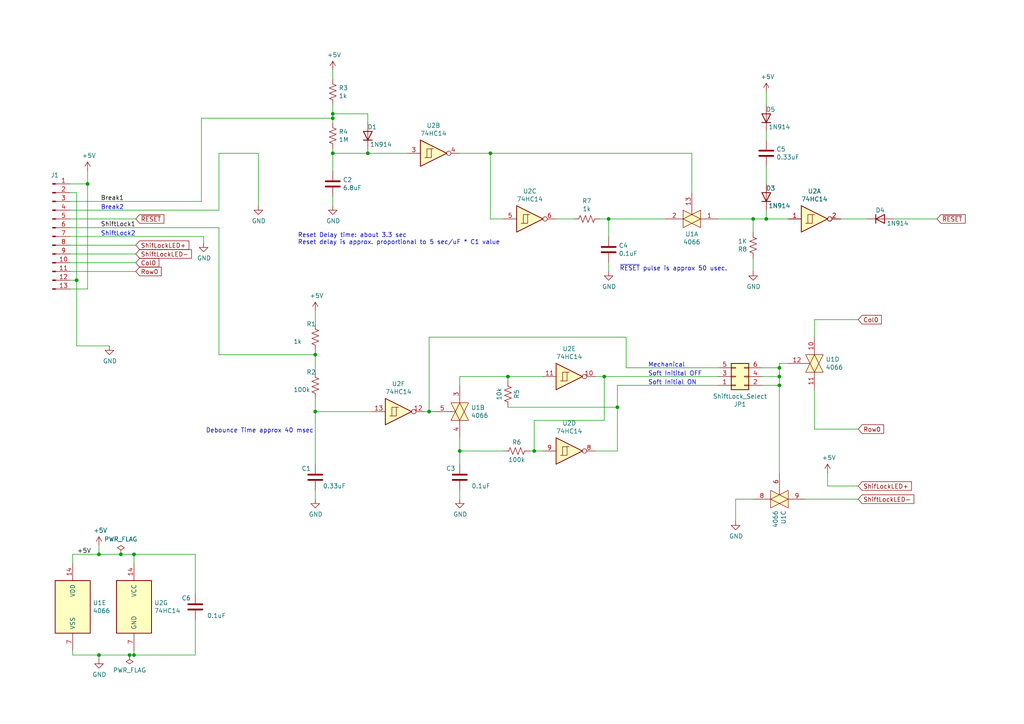
<source format=kicad_sch>
(kicad_sch (version 20211123) (generator eeschema)
  (paper "A4")
  (title_block (title "RESET and SHIFTLOCK circuits") (date "2022-04-07") (rev "1.4") (company "OSIWeb.org"))
  (lib_symbols
    (symbol "4xxx:4066" (pin_names (offset 1.016))
      (property "Reference" "U" (at -7.62 8.89 0))
      (property "Value" "4066" (at -7.62 -8.89 0))
      (symbol "4066_1_0"
        (polyline (pts (xy 0 1.27) (xy 0 2.54)) (stroke (width 0.1524)))
        (polyline (pts (xy -2.54 0) (xy 2.54 2.54) (xy 2.54 -2.54) (xy -2.54 0)) (fill (type background)))
        (polyline (pts (xy -2.54 2.54) (xy 2.54 0) (xy -2.54 -2.54) (xy -2.54 2.54)) (fill (type background)))
        (pin passive line (at -7.62 0 0) (length 5.08) (name "~") (number "1"))
        (pin input line (at 0 7.62 270) (length 5.08) (name "~") (number "13"))
        (pin passive line (at 7.62 0 180) (length 5.08) (name "~") (number "2"))
      )
      (symbol "4066_2_0"
        (polyline (pts (xy 0 1.27) (xy 0 2.54)) (stroke (width 0.1524)))
        (polyline (pts (xy -2.54 0) (xy 2.54 2.54) (xy 2.54 -2.54) (xy -2.54 0)) (fill (type background)))
        (polyline (pts (xy -2.54 2.54) (xy 2.54 0) (xy -2.54 -2.54) (xy -2.54 2.54)) (fill (type background)))
        (pin passive line (at 7.62 0 180) (length 5.08) (name "~") (number "3"))
        (pin passive line (at -7.62 0 0) (length 5.08) (name "~") (number "4"))
        (pin input line (at 0 7.62 270) (length 5.08) (name "~") (number "5"))
      )
      (symbol "4066_3_0"
        (polyline (pts (xy 0 1.27) (xy 0 2.54)) (stroke (width 0.1524)))
        (polyline (pts (xy -2.54 0) (xy 2.54 2.54) (xy 2.54 -2.54) (xy -2.54 0)) (fill (type background)))
        (polyline (pts (xy -2.54 2.54) (xy 2.54 0) (xy -2.54 -2.54) (xy -2.54 2.54)) (fill (type background)))
        (pin input line (at 0 7.62 270) (length 5.08) (name "~") (number "6"))
        (pin passive line (at -7.62 0 0) (length 5.08) (name "~") (number "8"))
        (pin passive line (at 7.62 0 180) (length 5.08) (name "~") (number "9"))
      )
      (symbol "4066_4_0"
        (polyline (pts (xy 0 1.27) (xy 0 2.54)) (stroke (width 0.1524)))
        (polyline (pts (xy -2.54 0) (xy 2.54 2.54) (xy 2.54 -2.54) (xy -2.54 0)) (fill (type background)))
        (polyline (pts (xy -2.54 2.54) (xy 2.54 0) (xy -2.54 -2.54) (xy -2.54 2.54)) (fill (type background)))
        (pin passive line (at 7.62 0 180) (length 5.08) (name "~") (number "10"))
        (pin passive line (at -7.62 0 0) (length 5.08) (name "~") (number "11"))
        (pin input line (at 0 7.62 270) (length 5.08) (name "~") (number "12"))
      )
      (symbol "4066_5_0"
        (pin power_in line (at 0 12.7 270) (length 5.08) (name "VDD") (number "14"))
        (pin power_in line (at 0 -12.7 90) (length 5.08) (name "VSS") (number "7"))
      )
      (symbol "4066_5_1"
        (rectangle (start -5.08 7.62) (end 5.08 -7.62) (stroke (width 0.254)) (fill (type background)))
      )
    )
    (symbol "74xx:74HC14" (pin_names (offset 1.016))
      (property "Reference" "U" (at 0 1.27 0))
      (property "Value" "74HC14" (at 0 -1.27 0))
      (symbol "74HC14_1_0"
        (polyline (pts (xy -3.81 3.81) (xy -3.81 -3.81) (xy 3.81 0) (xy -3.81 3.81)) (stroke (width 0.254)) (fill (type background)))
        (pin input line (at -7.62 0 0) (length 3.81) (name "~") (number "1"))
        (pin output inverted (at 7.62 0 180) (length 3.81) (name "~") (number "2"))
      )
      (symbol "74HC14_1_1"
        (polyline (pts (xy -1.905 -1.27) (xy -1.905 1.27) (xy -0.635 1.27)))
        (polyline (pts (xy -2.54 -1.27) (xy -0.635 -1.27) (xy -0.635 1.27) (xy 0 1.27)))
      )
      (symbol "74HC14_2_0"
        (polyline (pts (xy -3.81 3.81) (xy -3.81 -3.81) (xy 3.81 0) (xy -3.81 3.81)) (stroke (width 0.254)) (fill (type background)))
        (pin input line (at -7.62 0 0) (length 3.81) (name "~") (number "3"))
        (pin output inverted (at 7.62 0 180) (length 3.81) (name "~") (number "4"))
      )
      (symbol "74HC14_2_1"
        (polyline (pts (xy -1.905 -1.27) (xy -1.905 1.27) (xy -0.635 1.27)))
        (polyline (pts (xy -2.54 -1.27) (xy -0.635 -1.27) (xy -0.635 1.27) (xy 0 1.27)))
      )
      (symbol "74HC14_3_0"
        (polyline (pts (xy -3.81 3.81) (xy -3.81 -3.81) (xy 3.81 0) (xy -3.81 3.81)) (stroke (width 0.254)) (fill (type background)))
        (pin input line (at -7.62 0 0) (length 3.81) (name "~") (number "5"))
        (pin output inverted (at 7.62 0 180) (length 3.81) (name "~") (number "6"))
      )
      (symbol "74HC14_3_1"
        (polyline (pts (xy -1.905 -1.27) (xy -1.905 1.27) (xy -0.635 1.27)))
        (polyline (pts (xy -2.54 -1.27) (xy -0.635 -1.27) (xy -0.635 1.27) (xy 0 1.27)))
      )
      (symbol "74HC14_4_0"
        (polyline (pts (xy -3.81 3.81) (xy -3.81 -3.81) (xy 3.81 0) (xy -3.81 3.81)) (stroke (width 0.254)) (fill (type background)))
        (pin output inverted (at 7.62 0 180) (length 3.81) (name "~") (number "8"))
        (pin input line (at -7.62 0 0) (length 3.81) (name "~") (number "9"))
      )
      (symbol "74HC14_4_1"
        (polyline (pts (xy -1.905 -1.27) (xy -1.905 1.27) (xy -0.635 1.27)))
        (polyline (pts (xy -2.54 -1.27) (xy -0.635 -1.27) (xy -0.635 1.27) (xy 0 1.27)))
      )
      (symbol "74HC14_5_0"
        (polyline (pts (xy -3.81 3.81) (xy -3.81 -3.81) (xy 3.81 0) (xy -3.81 3.81)) (stroke (width 0.254)) (fill (type background)))
        (pin output inverted (at 7.62 0 180) (length 3.81) (name "~") (number "10"))
        (pin input line (at -7.62 0 0) (length 3.81) (name "~") (number "11"))
      )
      (symbol "74HC14_5_1"
        (polyline (pts (xy -1.905 -1.27) (xy -1.905 1.27) (xy -0.635 1.27)))
        (polyline (pts (xy -2.54 -1.27) (xy -0.635 -1.27) (xy -0.635 1.27) (xy 0 1.27)))
      )
      (symbol "74HC14_6_0"
        (polyline (pts (xy -3.81 3.81) (xy -3.81 -3.81) (xy 3.81 0) (xy -3.81 3.81)) (stroke (width 0.254)) (fill (type background)))
        (pin output inverted (at 7.62 0 180) (length 3.81) (name "~") (number "12"))
        (pin input line (at -7.62 0 0) (length 3.81) (name "~") (number "13"))
      )
      (symbol "74HC14_6_1"
        (polyline (pts (xy -1.905 -1.27) (xy -1.905 1.27) (xy -0.635 1.27)))
        (polyline (pts (xy -2.54 -1.27) (xy -0.635 -1.27) (xy -0.635 1.27) (xy 0 1.27)))
      )
      (symbol "74HC14_7_0"
        (pin power_in line (at 0 12.7 270) (length 5.08) (name "VCC") (number "14"))
        (pin power_in line (at 0 -12.7 90) (length 5.08) (name "GND") (number "7"))
      )
      (symbol "74HC14_7_1"
        (rectangle (start -5.08 7.62) (end 5.08 -7.62) (stroke (width 0.254)) (fill (type background)))
      )
    )
    (symbol "74xx:74LS14" (pin_names (offset 1.016))
      (property "Reference" "U" (at 0 1.27 0))
      (property "Value" "74LS14" (at 0 -1.27 0))
      (symbol "74LS14_1_0"
        (polyline (pts (xy -3.81 3.81) (xy -3.81 -3.81) (xy 3.81 0) (xy -3.81 3.81)) (stroke (width 0.254)) (fill (type background)))
        (pin input line (at -7.62 0 0) (length 3.81) (name "~") (number "1"))
        (pin output inverted (at 7.62 0 180) (length 3.81) (name "~") (number "2"))
      )
      (symbol "74LS14_1_1"
        (polyline (pts (xy -1.905 -1.27) (xy -1.905 1.27) (xy -0.635 1.27)))
        (polyline (pts (xy -2.54 -1.27) (xy -0.635 -1.27) (xy -0.635 1.27) (xy 0 1.27)))
      )
      (symbol "74LS14_2_0"
        (polyline (pts (xy -3.81 3.81) (xy -3.81 -3.81) (xy 3.81 0) (xy -3.81 3.81)) (stroke (width 0.254)) (fill (type background)))
        (pin input line (at -7.62 0 0) (length 3.81) (name "~") (number "3"))
        (pin output inverted (at 7.62 0 180) (length 3.81) (name "~") (number "4"))
      )
      (symbol "74LS14_2_1"
        (polyline (pts (xy -1.905 -1.27) (xy -1.905 1.27) (xy -0.635 1.27)))
        (polyline (pts (xy -2.54 -1.27) (xy -0.635 -1.27) (xy -0.635 1.27) (xy 0 1.27)))
      )
      (symbol "74LS14_3_0"
        (polyline (pts (xy -3.81 3.81) (xy -3.81 -3.81) (xy 3.81 0) (xy -3.81 3.81)) (stroke (width 0.254)) (fill (type background)))
        (pin input line (at -7.62 0 0) (length 3.81) (name "~") (number "5"))
        (pin output inverted (at 7.62 0 180) (length 3.81) (name "~") (number "6"))
      )
      (symbol "74LS14_3_1"
        (polyline (pts (xy -1.905 -1.27) (xy -1.905 1.27) (xy -0.635 1.27)))
        (polyline (pts (xy -2.54 -1.27) (xy -0.635 -1.27) (xy -0.635 1.27) (xy 0 1.27)))
      )
      (symbol "74LS14_4_0"
        (polyline (pts (xy -3.81 3.81) (xy -3.81 -3.81) (xy 3.81 0) (xy -3.81 3.81)) (stroke (width 0.254)) (fill (type background)))
        (pin output inverted (at 7.62 0 180) (length 3.81) (name "~") (number "8"))
        (pin input line (at -7.62 0 0) (length 3.81) (name "~") (number "9"))
      )
      (symbol "74LS14_4_1"
        (polyline (pts (xy -1.905 -1.27) (xy -1.905 1.27) (xy -0.635 1.27)))
        (polyline (pts (xy -2.54 -1.27) (xy -0.635 -1.27) (xy -0.635 1.27) (xy 0 1.27)))
      )
      (symbol "74LS14_5_0"
        (polyline (pts (xy -3.81 3.81) (xy -3.81 -3.81) (xy 3.81 0) (xy -3.81 3.81)) (stroke (width 0.254)) (fill (type background)))
        (pin output inverted (at 7.62 0 180) (length 3.81) (name "~") (number "10"))
        (pin input line (at -7.62 0 0) (length 3.81) (name "~") (number "11"))
      )
      (symbol "74LS14_5_1"
        (polyline (pts (xy -1.905 -1.27) (xy -1.905 1.27) (xy -0.635 1.27)))
        (polyline (pts (xy -2.54 -1.27) (xy -0.635 -1.27) (xy -0.635 1.27) (xy 0 1.27)))
      )
      (symbol "74LS14_6_0"
        (polyline (pts (xy -3.81 3.81) (xy -3.81 -3.81) (xy 3.81 0) (xy -3.81 3.81)) (stroke (width 0.254)) (fill (type background)))
        (pin output inverted (at 7.62 0 180) (length 3.81) (name "~") (number "12"))
        (pin input line (at -7.62 0 0) (length 3.81) (name "~") (number "13"))
      )
      (symbol "74LS14_6_1"
        (polyline (pts (xy -1.905 -1.27) (xy -1.905 1.27) (xy -0.635 1.27)))
        (polyline (pts (xy -2.54 -1.27) (xy -0.635 -1.27) (xy -0.635 1.27) (xy 0 1.27)))
      )
      (symbol "74LS14_7_0"
        (pin power_in line (at 0 12.7 270) (length 5.08) (name "VCC") (number "14"))
        (pin power_in line (at 0 -12.7 90) (length 5.08) (name "GND") (number "7"))
      )
      (symbol "74LS14_7_1"
        (rectangle (start -5.08 7.62) (end 5.08 -7.62) (stroke (width 0.254)) (fill (type background)))
      )
    )
    (symbol "Connector:Conn_01x13_Male" (pin_names (offset 1.016) hide)
      (property "Reference" "J" (at 0 17.78 0))
      (property "Value" "Conn_01x13_Male" (at 0 -17.78 0))
      (symbol "Conn_01x13_Male_1_1"
        (polyline (pts (xy 1.27 -15.24) (xy 0.8636 -15.24)) (stroke (width 0.1524)))
        (polyline (pts (xy 1.27 -12.7) (xy 0.8636 -12.7)) (stroke (width 0.1524)))
        (polyline (pts (xy 1.27 -10.16) (xy 0.8636 -10.16)) (stroke (width 0.1524)))
        (polyline (pts (xy 1.27 -7.62) (xy 0.8636 -7.62)) (stroke (width 0.1524)))
        (polyline (pts (xy 1.27 -5.08) (xy 0.8636 -5.08)) (stroke (width 0.1524)))
        (polyline (pts (xy 1.27 -2.54) (xy 0.8636 -2.54)) (stroke (width 0.1524)))
        (polyline (pts (xy 1.27 0) (xy 0.8636 0)) (stroke (width 0.1524)))
        (polyline (pts (xy 1.27 2.54) (xy 0.8636 2.54)) (stroke (width 0.1524)))
        (polyline (pts (xy 1.27 5.08) (xy 0.8636 5.08)) (stroke (width 0.1524)))
        (polyline (pts (xy 1.27 7.62) (xy 0.8636 7.62)) (stroke (width 0.1524)))
        (polyline (pts (xy 1.27 10.16) (xy 0.8636 10.16)) (stroke (width 0.1524)))
        (polyline (pts (xy 1.27 12.7) (xy 0.8636 12.7)) (stroke (width 0.1524)))
        (polyline (pts (xy 1.27 15.24) (xy 0.8636 15.24)) (stroke (width 0.1524)))
        (rectangle (start 0.8636 -15.113) (end 0 -15.367) (stroke (width 0.1524)) (fill (type outline)))
        (rectangle (start 0.8636 -12.573) (end 0 -12.827) (stroke (width 0.1524)) (fill (type outline)))
        (rectangle (start 0.8636 -10.033) (end 0 -10.287) (stroke (width 0.1524)) (fill (type outline)))
        (rectangle (start 0.8636 -7.493) (end 0 -7.747) (stroke (width 0.1524)) (fill (type outline)))
        (rectangle (start 0.8636 -4.953) (end 0 -5.207) (stroke (width 0.1524)) (fill (type outline)))
        (rectangle (start 0.8636 -2.413) (end 0 -2.667) (stroke (width 0.1524)) (fill (type outline)))
        (rectangle (start 0.8636 0.127) (end 0 -0.127) (stroke (width 0.1524)) (fill (type outline)))
        (rectangle (start 0.8636 2.667) (end 0 2.413) (stroke (width 0.1524)) (fill (type outline)))
        (rectangle (start 0.8636 5.207) (end 0 4.953) (stroke (width 0.1524)) (fill (type outline)))
        (rectangle (start 0.8636 7.747) (end 0 7.493) (stroke (width 0.1524)) (fill (type outline)))
        (rectangle (start 0.8636 10.287) (end 0 10.033) (stroke (width 0.1524)) (fill (type outline)))
        (rectangle (start 0.8636 12.827) (end 0 12.573) (stroke (width 0.1524)) (fill (type outline)))
        (rectangle (start 0.8636 15.367) (end 0 15.113) (stroke (width 0.1524)) (fill (type outline)))
        (pin passive line (at 5.08 15.24 180) (length 3.81) (name "Pin_1") (number "1"))
        (pin passive line (at 5.08 -7.62 180) (length 3.81) (name "Pin_10") (number "10"))
        (pin passive line (at 5.08 -10.16 180) (length 3.81) (name "Pin_11") (number "11"))
        (pin passive line (at 5.08 -12.7 180) (length 3.81) (name "Pin_12") (number "12"))
        (pin passive line (at 5.08 -15.24 180) (length 3.81) (name "Pin_13") (number "13"))
        (pin passive line (at 5.08 12.7 180) (length 3.81) (name "Pin_2") (number "2"))
        (pin passive line (at 5.08 10.16 180) (length 3.81) (name "Pin_3") (number "3"))
        (pin passive line (at 5.08 7.62 180) (length 3.81) (name "Pin_4") (number "4"))
        (pin passive line (at 5.08 5.08 180) (length 3.81) (name "Pin_5") (number "5"))
        (pin passive line (at 5.08 2.54 180) (length 3.81) (name "Pin_6") (number "6"))
        (pin passive line (at 5.08 0 180) (length 3.81) (name "Pin_7") (number "7"))
        (pin passive line (at 5.08 -2.54 180) (length 3.81) (name "Pin_8") (number "8"))
        (pin passive line (at 5.08 -5.08 180) (length 3.81) (name "Pin_9") (number "9"))
      )
    )
    (symbol "Connector_Generic:Conn_02x03_Odd_Even" (pin_names (offset 1.016) hide)
      (property "Reference" "J" (at 1.27 5.08 0))
      (property "Value" "Conn_02x03_Odd_Even" (at 1.27 -5.08 0))
      (symbol "Conn_02x03_Odd_Even_1_1"
        (rectangle (start -1.27 -2.413) (end 0 -2.667) (stroke (width 0.1524)))
        (rectangle (start -1.27 0.127) (end 0 -0.127) (stroke (width 0.1524)))
        (rectangle (start -1.27 2.667) (end 0 2.413) (stroke (width 0.1524)))
        (rectangle (start -1.27 3.81) (end 3.81 -3.81) (stroke (width 0.254)) (fill (type background)))
        (rectangle (start 3.81 -2.413) (end 2.54 -2.667) (stroke (width 0.1524)))
        (rectangle (start 3.81 0.127) (end 2.54 -0.127) (stroke (width 0.1524)))
        (rectangle (start 3.81 2.667) (end 2.54 2.413) (stroke (width 0.1524)))
        (pin passive line (at -5.08 2.54 0) (length 3.81) (name "Pin_1") (number "1"))
        (pin passive line (at 7.62 2.54 180) (length 3.81) (name "Pin_2") (number "2"))
        (pin passive line (at -5.08 0 0) (length 3.81) (name "Pin_3") (number "3"))
        (pin passive line (at 7.62 0 180) (length 3.81) (name "Pin_4") (number "4"))
        (pin passive line (at -5.08 -2.54 0) (length 3.81) (name "Pin_5") (number "5"))
        (pin passive line (at 7.62 -2.54 180) (length 3.81) (name "Pin_6") (number "6"))
      )
    )
    (symbol "Device:C" (pin_numbers hide) (pin_names (offset 0.254))
      (property "Reference" "C" (at 0.635 2.54 0))
      (property "Value" "C" (at 0.635 -2.54 0))
      (symbol "C_0_1"
        (polyline (pts (xy -2.032 -0.762) (xy 2.032 -0.762)) (stroke (width 0.508)))
        (polyline (pts (xy -2.032 0.762) (xy 2.032 0.762)) (stroke (width 0.508)))
      )
      (symbol "C_1_1"
        (pin passive line (at 0 3.81 270) (length 2.794) (name "~") (number "1"))
        (pin passive line (at 0 -3.81 90) (length 2.794) (name "~") (number "2"))
      )
    )
    (symbol "Device:R_US" (pin_numbers hide) (pin_names (offset 0))
      (property "Reference" "R" (at 2.54 0 90))
      (property "Value" "R_US" (at -2.54 0 90))
      (symbol "R_US_0_1"
        (polyline (pts (xy 0 -2.286) (xy 0 -2.54)))
        (polyline (pts (xy 0 2.286) (xy 0 2.54)))
        (polyline (pts (xy 0 -0.762) (xy 1.016 -1.143) (xy 0 -1.524) (xy -1.016 -1.905) (xy 0 -2.286)))
        (polyline (pts (xy 0 0.762) (xy 1.016 0.381) (xy 0 0) (xy -1.016 -0.381) (xy 0 -0.762)))
        (polyline (pts (xy 0 2.286) (xy 1.016 1.905) (xy 0 1.524) (xy -1.016 1.143) (xy 0 0.762)))
      )
      (symbol "R_US_1_1"
        (pin passive line (at 0 3.81 270) (length 1.27) (name "~") (number "1"))
        (pin passive line (at 0 -3.81 90) (length 1.27) (name "~") (number "2"))
      )
    )
    (symbol "Diode:1N914" (pin_numbers hide) (pin_names (offset 1.016) hide)
      (property "Reference" "D" (at 0 2.54 0))
      (property "Value" "1N914" (at 0 -2.54 0))
      (symbol "1N914_0_1"
        (polyline (pts (xy -1.27 1.27) (xy -1.27 -1.27)) (stroke (width 0.254)))
        (polyline (pts (xy 1.27 0) (xy -1.27 0)))
        (polyline (pts (xy 1.27 1.27) (xy 1.27 -1.27) (xy -1.27 0) (xy 1.27 1.27)) (stroke (width 0.254)))
      )
      (symbol "1N914_1_1"
        (pin passive line (at -3.81 0 0) (length 2.54) (name "K") (number "1"))
        (pin passive line (at 3.81 0 180) (length 2.54) (name "A") (number "2"))
      )
    )
    (symbol "power:+5V" (power) (pin_names (offset 0))
      (property "Value" "+5V" (at 0 3.556 0))
      (symbol "+5V_0_1"
        (polyline (pts (xy -0.762 1.27) (xy 0 2.54)))
        (polyline (pts (xy 0 0) (xy 0 2.54)))
        (polyline (pts (xy 0 2.54) (xy 0.762 1.27)))
      )
      (symbol "+5V_1_1"
        (pin power_in line (at 0 0 90) (length 0) hide (name "+5V") (number "1"))
      )
    )
    (symbol "power:GND" (power) (pin_names (offset 0))
      (property "Value" "GND" (at 0 -3.81 0))
      (symbol "GND_0_1"
        (polyline (pts (xy 0 0) (xy 0 -1.27) (xy 1.27 -1.27) (xy 0 -2.54) (xy -1.27 -1.27) (xy 0 -1.27)))
      )
      (symbol "GND_1_1"
        (pin power_in line (at 0 0 270) (length 0) hide (name "GND") (number "1"))
      )
    )
    (symbol "power:PWR_FLAG" (power) (pin_numbers hide) (pin_names (offset 0) hide)
      (property "Value" "PWR_FLAG" (at 0 3.81 0))
      (symbol "PWR_FLAG_0_0"
        (pin power_out line (at 0 0 90) (length 0) (name "pwr") (number "1"))
      )
      (symbol "PWR_FLAG_0_1"
        (polyline (pts (xy 0 0) (xy 0 1.27) (xy -1.016 1.905) (xy 0 2.54) (xy 1.016 1.905) (xy 0 1.27)))
      )
    )
  )
  (junction (at 25.4 53.34))
  (junction (at 38.862 160.782))
  (junction (at 35.052 160.782))
  (junction (at 147.32 109.22))
  (junction (at 28.702 160.782))
  (junction (at 226.06 109.22))
  (junction (at 91.44 119.38))
  (junction (at 176.53 63.5))
  (junction (at 96.52 44.45))
  (junction (at 124.46 119.38))
  (junction (at 28.702 189.992))
  (junction (at 37.592 189.992))
  (junction (at 133.35 130.81))
  (junction (at 91.44 102.87))
  (junction (at 38.862 189.992))
  (junction (at 175.26 109.22))
  (junction (at 218.44 63.5))
  (junction (at 226.06 106.68))
  (junction (at 226.06 111.76))
  (junction (at 154.94 130.81))
  (junction (at 179.07 118.11))
  (junction (at 22.225 81.28))
  (junction (at 106.68 44.45))
  (junction (at 96.52 34.29))
  (junction (at 142.24 44.45))
  (junction (at 222.25 63.5))
  (junction (at 96.52 33.02))
  (wire (pts (xy 106.68 35.56) (xy 106.68 33.02)))
  (wire (pts (xy 20.32 81.28) (xy 22.225 81.28)))
  (wire (pts (xy 20.32 76.2) (xy 39.37 76.2)))
  (wire (pts (xy 226.06 109.22) (xy 220.98 109.22)))
  (wire (pts (xy 20.32 55.88) (xy 22.225 55.88)))
  (wire (pts (xy 222.25 40.64) (xy 222.25 38.1)))
  (wire (pts (xy 236.22 113.03) (xy 236.22 124.46)))
  (wire (pts (xy 226.06 105.41) (xy 226.06 106.68)))
  (wire (pts (xy 59.055 68.58) (xy 59.055 70.485)))
  (wire (pts (xy 226.06 105.41) (xy 228.6 105.41)))
  (wire (pts (xy 124.46 119.38) (xy 124.46 97.79)))
  (wire (pts (xy 28.702 189.992) (xy 37.592 189.992)))
  (wire (pts (xy 22.225 55.88) (xy 22.225 81.28)))
  (wire (pts (xy 58.42 34.29) (xy 96.52 34.29)))
  (wire (pts (xy 38.862 160.782) (xy 38.862 163.322)))
  (wire (pts (xy 154.94 130.81) (xy 157.48 130.81)))
  (wire (pts (xy 20.32 68.58) (xy 59.055 68.58)))
  (wire (pts (xy 175.26 121.92) (xy 175.26 109.22)))
  (wire (pts (xy 20.32 71.12) (xy 39.37 71.12)))
  (wire (pts (xy 22.225 81.28) (xy 22.225 100.33)))
  (wire (pts (xy 208.28 63.5) (xy 218.44 63.5)))
  (wire (pts (xy 179.07 111.76) (xy 208.28 111.76)))
  (wire (pts (xy 226.06 111.76) (xy 226.06 137.16)))
  (wire (pts (xy 236.22 92.71) (xy 248.92 92.71)))
  (wire (pts (xy 233.68 144.78) (xy 248.92 144.78)))
  (wire (pts (xy 91.44 102.87) (xy 91.44 101.6)))
  (wire (pts (xy 240.03 140.97) (xy 248.92 140.97)))
  (wire (pts (xy 142.24 44.45) (xy 200.66 44.45)))
  (wire (pts (xy 208.28 109.22) (xy 175.26 109.22)))
  (wire (pts (xy 96.52 43.18) (xy 96.52 44.45)))
  (wire (pts (xy 222.25 53.34) (xy 222.25 48.26)))
  (wire (pts (xy 21.082 163.322) (xy 21.082 160.782)))
  (wire (pts (xy 28.702 160.782) (xy 35.052 160.782)))
  (wire (pts (xy 176.53 63.5) (xy 193.04 63.5)))
  (wire (pts (xy 157.48 109.22) (xy 147.32 109.22)))
  (wire (pts (xy 106.68 44.45) (xy 96.52 44.45)))
  (wire (pts (xy 222.25 63.5) (xy 222.25 60.96)))
  (wire (pts (xy 35.052 160.782) (xy 38.862 160.782)))
  (wire (pts (xy 236.22 97.79) (xy 236.22 92.71)))
  (wire (pts (xy 213.36 144.78) (xy 218.44 144.78)))
  (wire (pts (xy 146.05 63.5) (xy 142.24 63.5)))
  (wire (pts (xy 133.35 142.24) (xy 133.35 144.78)))
  (wire (pts (xy 240.03 137.16) (xy 240.03 140.97)))
  (wire (pts (xy 96.52 44.45) (xy 96.52 49.53)))
  (wire (pts (xy 20.32 60.96) (xy 63.5 60.96)))
  (wire (pts (xy 133.35 44.45) (xy 142.24 44.45)))
  (wire (pts (xy 96.52 33.02) (xy 96.52 34.29)))
  (wire (pts (xy 236.22 124.46) (xy 248.92 124.46)))
  (wire (pts (xy 58.42 58.42) (xy 58.42 34.29)))
  (wire (pts (xy 271.78 63.5) (xy 259.08 63.5)))
  (wire (pts (xy 91.44 93.98) (xy 91.44 90.17)))
  (wire (pts (xy 63.5 44.45) (xy 63.5 60.96)))
  (wire (pts (xy 96.52 33.02) (xy 106.68 33.02)))
  (wire (pts (xy 124.46 97.79) (xy 181.61 97.79)))
  (wire (pts (xy 91.44 119.38) (xy 107.95 119.38)))
  (wire (pts (xy 176.53 78.74) (xy 176.53 76.2)))
  (wire (pts (xy 153.67 130.81) (xy 154.94 130.81)))
  (wire (pts (xy 218.44 67.31) (xy 218.44 63.5)))
  (wire (pts (xy 21.082 189.992) (xy 21.082 188.722)))
  (wire (pts (xy 222.25 63.5) (xy 228.6 63.5)))
  (wire (pts (xy 218.44 63.5) (xy 222.25 63.5)))
  (wire (pts (xy 222.25 30.48) (xy 222.25 26.67)))
  (wire (pts (xy 147.32 109.22) (xy 147.32 110.49)))
  (wire (pts (xy 91.44 144.78) (xy 91.44 142.24)))
  (wire (pts (xy 179.07 118.11) (xy 179.07 111.76)))
  (wire (pts (xy 218.44 74.93) (xy 218.44 78.74)))
  (wire (pts (xy 28.702 191.262) (xy 28.702 189.992)))
  (wire (pts (xy 200.66 44.45) (xy 200.66 55.88)))
  (wire (pts (xy 25.4 83.82) (xy 25.4 53.34)))
  (wire (pts (xy 181.61 106.68) (xy 208.28 106.68)))
  (wire (pts (xy 220.98 106.68) (xy 226.06 106.68)))
  (wire (pts (xy 74.93 44.45) (xy 74.93 59.69)))
  (wire (pts (xy 56.642 160.782) (xy 56.642 172.212)))
  (wire (pts (xy 154.94 121.92) (xy 175.26 121.92)))
  (wire (pts (xy 21.082 189.992) (xy 28.702 189.992)))
  (wire (pts (xy 147.32 118.11) (xy 179.07 118.11)))
  (wire (pts (xy 63.5 66.04) (xy 63.5 102.87)))
  (wire (pts (xy 56.642 179.832) (xy 56.642 189.992)))
  (wire (pts (xy 63.5 102.87) (xy 91.44 102.87)))
  (wire (pts (xy 226.06 109.22) (xy 226.06 111.76)))
  (wire (pts (xy 63.5 44.45) (xy 74.93 44.45)))
  (wire (pts (xy 96.52 34.29) (xy 96.52 35.56)))
  (wire (pts (xy 133.35 109.22) (xy 147.32 109.22)))
  (wire (pts (xy 213.36 144.78) (xy 213.36 151.13)))
  (wire (pts (xy 37.592 189.992) (xy 38.862 189.992)))
  (wire (pts (xy 91.44 119.38) (xy 91.44 134.62)))
  (wire (pts (xy 20.32 78.74) (xy 39.37 78.74)))
  (wire (pts (xy 133.35 130.81) (xy 133.35 134.62)))
  (wire (pts (xy 179.07 130.81) (xy 172.72 130.81)))
  (wire (pts (xy 96.52 59.69) (xy 96.52 57.15)))
  (wire (pts (xy 22.225 100.33) (xy 31.75 100.33)))
  (wire (pts (xy 226.06 106.68) (xy 226.06 109.22)))
  (wire (pts (xy 179.07 118.11) (xy 179.07 130.81)))
  (wire (pts (xy 106.68 43.18) (xy 106.68 44.45)))
  (wire (pts (xy 91.44 119.38) (xy 91.44 115.57)))
  (wire (pts (xy 20.32 58.42) (xy 58.42 58.42)))
  (wire (pts (xy 146.05 130.81) (xy 133.35 130.81)))
  (wire (pts (xy 28.702 158.242) (xy 28.702 160.782)))
  (wire (pts (xy 38.862 188.722) (xy 38.862 189.992)))
  (wire (pts (xy 20.32 73.66) (xy 39.37 73.66)))
  (wire (pts (xy 175.26 109.22) (xy 172.72 109.22)))
  (wire (pts (xy 142.24 63.5) (xy 142.24 44.45)))
  (wire (pts (xy 38.862 160.782) (xy 56.642 160.782)))
  (wire (pts (xy 123.19 119.38) (xy 124.46 119.38)))
  (wire (pts (xy 220.98 111.76) (xy 226.06 111.76)))
  (wire (pts (xy 118.11 44.45) (xy 106.68 44.45)))
  (wire (pts (xy 96.52 20.32) (xy 96.52 22.86)))
  (wire (pts (xy 166.37 63.5) (xy 161.29 63.5)))
  (wire (pts (xy 96.52 30.48) (xy 96.52 33.02)))
  (wire (pts (xy 133.35 130.81) (xy 133.35 127)))
  (wire (pts (xy 124.46 119.38) (xy 125.73 119.38)))
  (wire (pts (xy 133.35 111.76) (xy 133.35 109.22)))
  (wire (pts (xy 176.53 63.5) (xy 176.53 68.58)))
  (wire (pts (xy 181.61 97.79) (xy 181.61 106.68)))
  (wire (pts (xy 91.44 102.87) (xy 91.44 107.95)))
  (wire (pts (xy 251.46 63.5) (xy 243.84 63.5)))
  (wire (pts (xy 20.32 63.5) (xy 39.37 63.5)))
  (wire (pts (xy 21.082 160.782) (xy 28.702 160.782)))
  (wire (pts (xy 176.53 63.5) (xy 173.99 63.5)))
  (wire (pts (xy 154.94 130.81) (xy 154.94 121.92)))
  (wire (pts (xy 20.32 83.82) (xy 25.4 83.82)))
  (wire (pts (xy 25.4 49.53) (xy 25.4 53.34)))
  (wire (pts (xy 20.32 66.04) (xy 63.5 66.04)))
  (wire (pts (xy 56.642 189.992) (xy 38.862 189.992)))
  (wire (pts (xy 25.4 53.34) (xy 20.32 53.34)))
  (text "Mechanical" (at 187.96 106.68 0) (effects (font (size 1.27 1.27)) (justify left bottom)))
  (text "Soft Initital OFF" (at 187.96 109.22 0) (effects (font (size 1.27 1.27)) (justify left bottom)))
  (text "Break2" (at 29.21 60.96 0) (effects (font (size 1.27 1.27)) (justify left bottom)))
  (text "Reset Delay time: about 3.3 sec\nReset delay is approx. proportional to 5 sec/uF * C1 value" (at 86.36 71.12 0) (effects (font (size 1.27 1.27)) (justify left bottom)))
  (text "Debounce Time approx 40 msec" (at 59.69 125.73 0) (effects (font (size 1.27 1.27)) (justify left bottom)))
  (text "~{RESET} pulse is approx 50 usec." (at 179.705 78.74 0) (effects (font (size 1.27 1.27)) (justify left bottom)))
  (text "Soft Initial ON" (at 187.96 111.76 0) (effects (font (size 1.27 1.27)) (justify left bottom)))
  (text "ShiftLock2" (at 29.21 68.58 0) (effects (font (size 1.27 1.27)) (justify left bottom)))
  (label "ShiftLock1" (at 29.21 66.04 0))
  (label "+5V" (at 22.352 160.782 0))
  (label "Break1" (at 29.21 58.42 0))
  (global_label "~{RESET}" (shape input) (at 271.78 63.5 0) (property "Intersheet References" "${INTERSHEET_REFS}" (effects hide)))
  (global_label "ShiftLockLED-" (shape input) (at 248.92 144.78 0) (property "Intersheet References" "${INTERSHEET_REFS}" (effects hide)))
  (global_label "ShifLockLED+" (shape input) (at 39.37 71.12 0) (property "Intersheet References" "${INTERSHEET_REFS}" (effects hide)))
  (global_label "Row0" (shape input) (at 248.92 124.46 0) (property "Intersheet References" "${INTERSHEET_REFS}" (effects hide)))
  (global_label "ShifLockLED+" (shape input) (at 248.92 140.97 0) (property "Intersheet References" "${INTERSHEET_REFS}" (effects hide)))
  (global_label "Row0" (shape input) (at 39.37 78.74 0) (property "Intersheet References" "${INTERSHEET_REFS}" (effects hide)))
  (global_label "~{RESET}" (shape input) (at 39.37 63.5 0) (property "Intersheet References" "${INTERSHEET_REFS}" (effects hide)))
  (global_label "ShiftLockLED-" (shape input) (at 39.37 73.66 0) (property "Intersheet References" "${INTERSHEET_REFS}" (effects hide)))
  (global_label "Col0" (shape input) (at 248.92 92.71 0) (property "Intersheet References" "${INTERSHEET_REFS}" (effects hide)))
  (global_label "Col0" (shape input) (at 39.37 76.2 0) (property "Intersheet References" "${INTERSHEET_REFS}" (effects hide)))
  (symbol (lib_id "4xxx:4066") (at 226.06 144.78 0) (unit 3)
    (property "Reference" "U1" (at 227.2284 148.0312 90) (effects (justify right)))
    (property "Value" "4066" (at 224.917 148.0312 90) (effects (justify right)))
    (property "Footprint" "Package_DIP:DIP-14_W7.62mm" (effects hide))
    (property "Datasheet" "http://www.ti.com/lit/ds/symlink/cd4066b.pdf" (effects hide))
  )
  (symbol (lib_id "power:GND") (at 213.36 151.13 0) (unit 1)
    (property "Reference" "#PWR013" (effects hide))
    (property "Value" "GND" (at 213.487 155.5242 0))
  )
  (symbol (lib_id "Diode:1N914") (at 222.25 34.29 90) (unit 1)
    (property "Reference" "D5" (at 223.52 31.75 90))
    (property "Value" "1N914" (at 226.06 36.83 90))
    (property "Footprint" "Diode_THT:D_DO-35_SOD27_P7.62mm_Horizontal" (effects hide))
    (property "Datasheet" "http://www.vishay.com/docs/85622/1n914.pdf" (effects hide))
  )
  (symbol (lib_id "Connector_Generic:Conn_02x03_Odd_Even") (at 213.36 109.22 0) (mirror x) (unit 1)
    (property "Reference" "JP1" (at 214.63 117.2718 0))
    (property "Value" "ShiftLock_Select" (at 214.63 114.9604 0))
    (property "Footprint" "Connector_PinHeader_2.54mm:PinHeader_2x03_P2.54mm_Vertical" (effects hide))
  )
  (symbol (lib_id "Diode:1N914") (at 255.27 63.5 0) (unit 1)
    (property "Reference" "D4" (at 255.27 60.96 0))
    (property "Value" "1N914" (at 260.35 64.77 0))
    (property "Footprint" "Diode_THT:D_DO-35_SOD27_P7.62mm_Horizontal" (effects hide))
    (property "Datasheet" "http://www.vishay.com/docs/85622/1n914.pdf" (effects hide))
  )
  (symbol (lib_id "Device:C") (at 56.642 176.022 180) (unit 1)
    (property "Reference" "C6" (at 55.372 173.482 0) (effects (justify left)))
    (property "Value" "0.1uF" (at 65.532 178.562 0) (effects (justify left)))
    (property "Footprint" "Capacitor_THT:C_Disc_D6.0mm_W2.5mm_P5.00mm" (effects hide))
  )
  (symbol (lib_id "74xx:74HC14") (at 125.73 44.45 0) (unit 2)
    (property "Reference" "U2" (at 125.73 36.3982 0))
    (property "Value" "74HC14" (at 125.73 38.7096 0))
    (property "Footprint" "Package_DIP:DIP-14_W7.62mm" (effects hide))
    (property "Datasheet" "http://www.ti.com/lit/gpn/sn74HC14" (effects hide))
  )
  (symbol (lib_id "74xx:74HC14") (at 236.22 63.5 0) (unit 1)
    (property "Reference" "U2" (at 236.22 55.4482 0))
    (property "Value" "74HC14" (at 236.22 57.7596 0))
    (property "Footprint" "Package_DIP:DIP-14_W7.62mm" (effects hide))
    (property "Datasheet" "http://www.ti.com/lit/gpn/sn74HC14" (effects hide))
  )
  (symbol (lib_id "74xx:74HC14") (at 153.67 63.5 0) (unit 3)
    (property "Reference" "U2" (at 153.67 55.4482 0))
    (property "Value" "74HC14" (at 153.67 57.7596 0))
    (property "Footprint" "Package_DIP:DIP-14_W7.62mm" (effects hide))
    (property "Datasheet" "http://www.ti.com/lit/gpn/sn74HC14" (effects hide))
  )
  (symbol (lib_id "74xx:74HC14") (at 165.1 130.81 0) (unit 4)
    (property "Reference" "U2" (at 165.1 122.7582 0))
    (property "Value" "74HC14" (at 165.1 125.0696 0))
    (property "Footprint" "Package_DIP:DIP-14_W7.62mm" (effects hide))
    (property "Datasheet" "http://www.ti.com/lit/gpn/sn74HC14" (effects hide))
  )
  (symbol (lib_id "74xx:74HC14") (at 165.1 109.22 0) (unit 5)
    (property "Reference" "U2" (at 165.1 101.1682 0))
    (property "Value" "74HC14" (at 165.1 103.4796 0))
    (property "Footprint" "Package_DIP:DIP-14_W7.62mm" (effects hide))
    (property "Datasheet" "http://www.ti.com/lit/gpn/sn74HC14" (effects hide))
  )
  (symbol (lib_id "74xx:74HC14") (at 115.57 119.38 0) (unit 6)
    (property "Reference" "U2" (at 115.57 111.3282 0))
    (property "Value" "74HC14" (at 115.57 113.6396 0))
    (property "Footprint" "Package_DIP:DIP-14_W7.62mm" (effects hide))
    (property "Datasheet" "http://www.ti.com/lit/gpn/sn74HC14" (effects hide))
  )
  (symbol (lib_id "Device:R_US") (at 149.86 130.81 90) (unit 1)
    (property "Reference" "R6" (at 149.86 128.27 90))
    (property "Value" "100k" (at 149.86 133.35 90))
    (property "Footprint" "Resistor_THT:R_Axial_DIN0207_L6.3mm_D2.5mm_P10.16mm_Horizontal" (effects hide))
  )
  (symbol (lib_id "Device:R_US") (at 147.32 114.3 0) (unit 1)
    (property "Reference" "R5" (at 149.86 114.3 90))
    (property "Value" "10k" (at 144.78 114.3 90))
    (property "Footprint" "Resistor_THT:R_Axial_DIN0207_L6.3mm_D2.5mm_P10.16mm_Horizontal" (effects hide))
  )
  (symbol (lib_id "power:GND") (at 133.35 144.78 0) (unit 1)
    (property "Reference" "#PWR011" (effects hide))
    (property "Value" "GND" (at 133.477 149.1742 0))
  )
  (symbol (lib_id "Device:C") (at 133.35 138.43 180) (unit 1)
    (property "Reference" "C3" (at 132.08 135.89 0) (effects (justify left)))
    (property "Value" "0.1uF" (at 142.24 140.97 0) (effects (justify left)))
    (property "Footprint" "Capacitor_THT:C_Disc_D6.0mm_W2.5mm_P5.00mm" (effects hide))
  )
  (symbol (lib_id "Device:R_US") (at 96.52 39.37 0) (unit 1)
    (property "Reference" "R4" (at 98.2472 38.2016 0) (effects (justify left)))
    (property "Value" "1M" (at 98.2472 40.513 0) (effects (justify left)))
    (property "Footprint" "Resistor_THT:R_Axial_DIN0207_L6.3mm_D2.5mm_P10.16mm_Horizontal" (effects hide))
  )
  (symbol (lib_id "Device:C") (at 96.52 53.34 0) (unit 1)
    (property "Reference" "C2" (at 99.441 52.1716 0) (effects (justify left)))
    (property "Value" "6.8uF" (at 99.441 54.483 0) (effects (justify left)))
    (property "Footprint" "Capacitor_THT:C_Disc_D6.0mm_W2.5mm_P5.00mm" (effects hide))
  )
  (symbol (lib_id "power:GND") (at 96.52 59.69 0) (unit 1)
    (property "Reference" "#PWR010" (effects hide))
    (property "Value" "GND" (at 96.647 64.0842 0))
  )
  (symbol (lib_id "4xxx:4066") (at 236.22 105.41 90) (unit 4)
    (property "Reference" "U1" (at 239.4712 104.2416 90) (effects (justify right)))
    (property "Value" "4066" (at 239.4712 106.553 90) (effects (justify right)))
    (property "Footprint" "Package_DIP:DIP-14_W7.62mm" (effects hide))
    (property "Datasheet" "http://www.ti.com/lit/ds/symlink/cd4066b.pdf" (effects hide))
  )
  (symbol (lib_id "4xxx:4066") (at 133.35 119.38 90) (unit 2)
    (property "Reference" "U1" (at 136.6012 118.2116 90) (effects (justify right)))
    (property "Value" "4066" (at 136.6012 120.523 90) (effects (justify right)))
    (property "Footprint" "Package_DIP:DIP-14_W7.62mm" (effects hide))
    (property "Datasheet" "http://www.ti.com/lit/ds/symlink/cd4066b.pdf" (effects hide))
  )
  (symbol (lib_id "4xxx:4066") (at 200.66 63.5 0) (mirror y) (unit 1)
    (property "Reference" "U1" (at 200.66 67.8942 0))
    (property "Value" "4066" (at 200.66 70.2056 0))
    (property "Footprint" "Package_DIP:DIP-14_W7.62mm" (effects hide))
    (property "Datasheet" "http://www.ti.com/lit/ds/symlink/cd4066b.pdf" (effects hide))
  )
  (symbol (lib_id "power:GND") (at 59.055 70.485 0) (unit 1)
    (property "Reference" "#PWR06" (effects hide))
    (property "Value" "GND" (at 59.182 74.8792 0))
  )
  (symbol (lib_id "Device:R_US") (at 91.44 111.76 0) (unit 1)
    (property "Reference" "R2" (at 88.9 107.95 0) (effects (justify left)))
    (property "Value" "100k" (at 85.09 113.03 0) (effects (justify left)))
    (property "Footprint" "Resistor_THT:R_Axial_DIN0207_L6.3mm_D2.5mm_P10.16mm_Horizontal" (effects hide))
  )
  (symbol (lib_id "power:+5V") (at 91.44 90.17 0) (unit 1)
    (property "Reference" "#PWR07" (effects hide))
    (property "Value" "+5V" (at 91.821 85.7758 0))
  )
  (symbol (lib_id "Device:C") (at 91.44 138.43 180) (unit 1)
    (property "Reference" "C1" (at 90.17 135.89 0) (effects (justify left)))
    (property "Value" "0.33uF" (at 100.33 140.97 0) (effects (justify left)))
    (property "Footprint" "Capacitor_THT:C_Disc_D6.0mm_W2.5mm_P5.00mm" (effects hide))
  )
  (symbol (lib_id "power:GND") (at 91.44 144.78 0) (unit 1)
    (property "Reference" "#PWR08" (effects hide))
    (property "Value" "GND" (at 91.567 149.1742 0))
  )
  (symbol (lib_id "power:+5V") (at 96.52 20.32 0) (unit 1)
    (property "Reference" "#PWR09" (effects hide))
    (property "Value" "+5V" (at 96.901 15.9258 0))
  )
  (symbol (lib_id "power:+5V") (at 240.03 137.16 0) (unit 1)
    (property "Reference" "#PWR014" (effects hide))
    (property "Value" "+5V" (at 240.411 132.7658 0))
  )
  (symbol (lib_id "Device:C") (at 176.53 72.39 0) (unit 1)
    (property "Reference" "C4" (at 179.451 71.2216 0) (effects (justify left)))
    (property "Value" "0.1uF" (at 179.451 73.533 0) (effects (justify left)))
    (property "Footprint" "Capacitor_THT:C_Disc_D6.0mm_W2.5mm_P5.00mm" (effects hide))
  )
  (symbol (lib_id "power:GND") (at 176.53 78.74 0) (unit 1)
    (property "Reference" "#PWR012" (effects hide))
    (property "Value" "GND" (at 176.657 83.1342 0))
  )
  (symbol (lib_id "Device:R_US") (at 170.18 63.5 270) (unit 1)
    (property "Reference" "R7" (at 170.18 58.293 90))
    (property "Value" "1k" (at 170.18 60.6044 90))
    (property "Footprint" "Resistor_THT:R_Axial_DIN0207_L6.3mm_D2.5mm_P10.16mm_Horizontal" (effects hide))
  )
  (symbol (lib_id "Device:R_US") (at 96.52 26.67 0) (unit 1)
    (property "Reference" "R3" (at 98.2472 25.5016 0) (effects (justify left)))
    (property "Value" "1k" (at 98.2472 27.813 0) (effects (justify left)))
    (property "Footprint" "Resistor_THT:R_Axial_DIN0207_L6.3mm_D2.5mm_P10.16mm_Horizontal" (effects hide))
  )
  (symbol (lib_id "Device:R_US") (at 218.44 71.12 180) (unit 1)
    (property "Reference" "R8" (at 216.7128 72.2884 0) (effects (justify left)))
    (property "Value" "1K" (at 216.7128 69.977 0) (effects (justify left)))
    (property "Footprint" "Resistor_THT:R_Axial_DIN0207_L6.3mm_D2.5mm_P10.16mm_Horizontal" (effects hide))
  )
  (symbol (lib_id "power:GND") (at 218.44 78.74 0) (unit 1)
    (property "Reference" "#PWR015" (effects hide))
    (property "Value" "GND" (at 218.567 83.1342 0))
  )
  (symbol (lib_id "Diode:1N914") (at 106.68 39.37 90) (unit 1)
    (property "Reference" "D1" (at 107.95 36.83 90))
    (property "Value" "1N914" (at 110.49 41.91 90))
    (property "Footprint" "Diode_THT:D_DO-35_SOD27_P7.62mm_Horizontal" (effects hide))
    (property "Datasheet" "http://www.vishay.com/docs/85622/1n914.pdf" (effects hide))
  )
  (symbol (lib_id "power:GND") (at 74.93 59.69 0) (unit 1)
    (property "Reference" "#PWR05" (effects hide))
    (property "Value" "GND" (at 75.057 64.0842 0))
  )
  (symbol (lib_id "Device:R_US") (at 91.44 97.79 0) (unit 1)
    (property "Reference" "R1" (at 88.9 93.98 0) (effects (justify left)))
    (property "Value" "1k" (at 85.09 99.06 0) (effects (justify left)))
    (property "Footprint" "Resistor_THT:R_Axial_DIN0207_L6.3mm_D2.5mm_P10.16mm_Horizontal" (effects hide))
  )
  (symbol (lib_id "74xx:74LS14") (at 38.862 176.022 0) (unit 7)
    (property "Reference" "U2" (at 44.704 174.8536 0) (effects (justify left)))
    (property "Value" "74HC14" (at 44.704 177.165 0) (effects (justify left)))
    (property "Footprint" "Package_DIP:DIP-14_W7.62mm" (effects hide))
    (property "Datasheet" "http://www.ti.com/lit/gpn/sn74HC14" (effects hide))
  )
  (symbol (lib_id "4xxx:4066") (at 21.082 176.022 0) (unit 5)
    (property "Reference" "U1" (at 26.924 174.8536 0) (effects (justify left)))
    (property "Value" "4066" (at 26.924 177.165 0) (effects (justify left)))
    (property "Footprint" "Package_DIP:DIP-14_W7.62mm" (effects hide))
    (property "Datasheet" "http://www.ti.com/lit/ds/symlink/cd4066b.pdf" (effects hide))
  )
  (symbol (lib_id "power:GND") (at 28.702 191.262 0) (unit 1)
    (property "Reference" "#PWR04" (effects hide))
    (property "Value" "GND" (at 28.829 195.6562 0))
  )
  (symbol (lib_id "power:+5V") (at 28.702 158.242 0) (unit 1)
    (property "Reference" "#PWR03" (effects hide))
    (property "Value" "+5V" (at 29.083 153.8478 0))
  )
  (symbol (lib_id "power:GND") (at 31.75 100.33 0) (unit 1)
    (property "Reference" "#PWR02" (effects hide))
    (property "Value" "GND" (at 31.877 104.7242 0))
  )
  (symbol (lib_id "power:+5V") (at 25.4 49.53 0) (unit 1)
    (property "Reference" "#PWR01" (effects hide))
    (property "Value" "+5V" (at 25.781 45.1358 0))
  )
  (symbol (lib_id "power:PWR_FLAG") (at 35.052 160.782 0) (unit 1)
    (property "Reference" "#FLG01" (effects hide))
    (property "Value" "PWR_FLAG" (at 35.052 156.3878 0))
  )
  (symbol (lib_id "power:PWR_FLAG") (at 37.592 189.992 180) (unit 1)
    (property "Reference" "#FLG02" (effects hide))
    (property "Value" "PWR_FLAG" (at 37.592 194.3862 0))
  )
  (symbol (lib_id "Diode:1N914") (at 222.25 57.15 90) (unit 1)
    (property "Reference" "D3" (at 223.52 54.61 90))
    (property "Value" "1N914" (at 226.06 59.69 90))
    (property "Footprint" "Diode_THT:D_DO-35_SOD27_P7.62mm_Horizontal" (effects hide))
    (property "Datasheet" "http://www.vishay.com/docs/85622/1n914.pdf" (effects hide))
  )
  (symbol (lib_id "Device:C") (at 222.25 44.45 0) (unit 1)
    (property "Reference" "C5" (at 225.171 43.2816 0) (effects (justify left)))
    (property "Value" "0.33uF" (at 225.171 45.593 0) (effects (justify left)))
    (property "Footprint" "Capacitor_THT:C_Disc_D6.0mm_W2.5mm_P5.00mm" (effects hide))
  )
  (symbol (lib_id "power:+5V") (at 222.25 26.67 0) (unit 1)
    (property "Reference" "#PWR0101" (effects hide))
    (property "Value" "+5V" (at 222.631 22.2758 0))
  )
  (symbol (lib_id "Connector:Conn_01x13_Male") (at 15.24 68.58 0) (unit 1)
    (property "Reference" "J1" (at 15.875 50.8 0))
    (property "Value" "Conn_01x13_Male" (effects hide))
    (property "Footprint" "Connector_PinHeader_2.54mm:PinHeader_1x13_P2.54mm_Vertical" (effects hide))
  )
)
</source>
